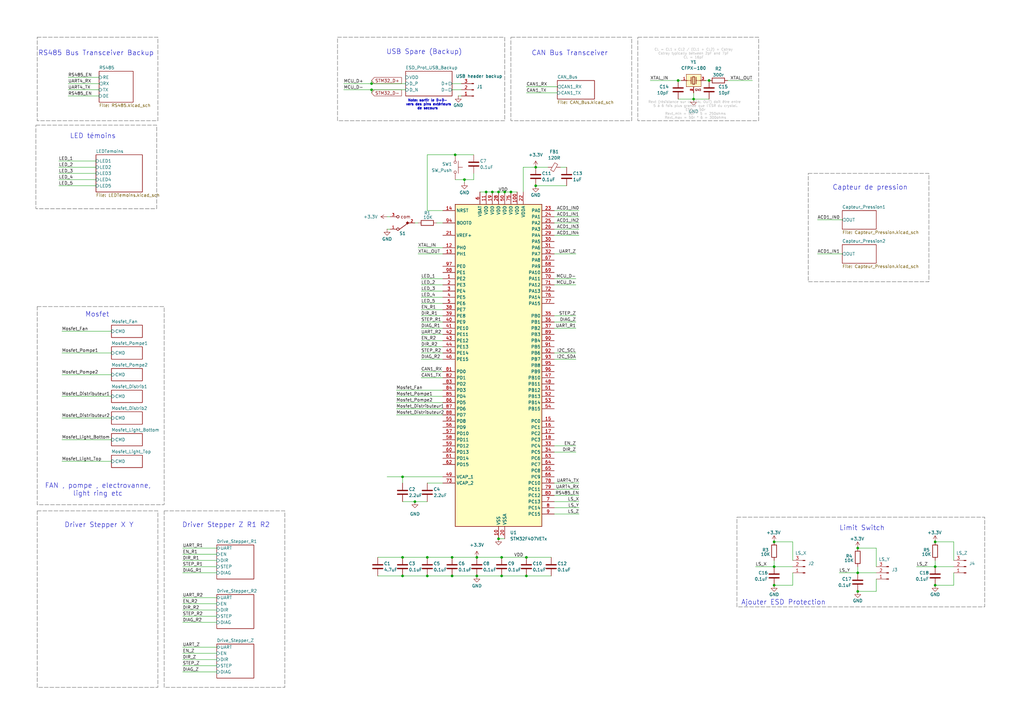
<source format=kicad_sch>
(kicad_sch (version 20231120) (generator "eeschema") (generator_version "8.0")
  (paper "A3")
  (lib_symbols
    (symbol "PnP_Mother_Board:+3.3V" (power) (pin_numbers hide) (pin_names (offset 0) hide)
      (property "Value" "+3.3V" (at 0 3.556 0))
      (symbol "+3.3V_0_1"
        (polyline (pts (xy -0.762 1.27) (xy 0 2.54)))
        (polyline (pts (xy 0 0) (xy 0 2.54)))
        (polyline (pts (xy 0 2.54) (xy 0.762 1.27)))
      )
      (symbol "+3.3V_1_1"
        (pin power_in line (at 0 0 90) (length 0) (name "~") (number "1"))
      )
    )
    (symbol "PnP_Mother_Board:C" (pin_numbers hide) (pin_names (offset 0.254))
      (property "Reference" "C" (at 0.635 2.54 0))
      (property "Value" "C" (at 0.635 -2.54 0))
      (symbol "C_0_1"
        (polyline (pts (xy -2.032 -0.762) (xy 2.032 -0.762)) (stroke (width 0.508)))
        (polyline (pts (xy -2.032 0.762) (xy 2.032 0.762)) (stroke (width 0.508)))
      )
      (symbol "C_1_1"
        (pin passive line (at 0 3.81 270) (length 2.794) (name "~") (number "1"))
        (pin passive line (at 0 -3.81 90) (length 2.794) (name "~") (number "2"))
      )
    )
    (symbol "PnP_Mother_Board:Conn_01x03_Pin" (pin_names (offset 1.016) hide)
      (property "Reference" "J" (at 0 5.08 0))
      (property "Value" "Conn_01x03_Pin" (at 0 -5.08 0))
      (symbol "Conn_01x03_Pin_1_1"
        (polyline (pts (xy 1.27 -2.54) (xy 0.8636 -2.54)) (stroke (width 0.1524)))
        (polyline (pts (xy 1.27 0) (xy 0.8636 0)) (stroke (width 0.1524)))
        (polyline (pts (xy 1.27 2.54) (xy 0.8636 2.54)) (stroke (width 0.1524)))
        (rectangle (start 0.8636 -2.413) (end 0 -2.667) (stroke (width 0.1524)) (fill (type outline)))
        (rectangle (start 0.8636 0.127) (end 0 -0.127) (stroke (width 0.1524)) (fill (type outline)))
        (rectangle (start 0.8636 2.667) (end 0 2.413) (stroke (width 0.1524)) (fill (type outline)))
        (pin passive line (at 5.08 2.54 180) (length 3.81) (name "Pin_1") (number "1"))
        (pin passive line (at 5.08 0 180) (length 3.81) (name "Pin_2") (number "2"))
        (pin passive line (at 5.08 -2.54 180) (length 3.81) (name "Pin_3") (number "3"))
      )
    )
    (symbol "PnP_Mother_Board:FerriteBead_Small" (pin_numbers hide) (pin_names (offset 0))
      (property "Reference" "FB" (at 1.905 1.27 0))
      (property "Value" "FerriteBead_Small" (at 1.905 -1.27 0))
      (symbol "FerriteBead_Small_0_1"
        (polyline (pts (xy 0 -1.27) (xy 0 -0.7874)))
        (polyline (pts (xy 0 0.889) (xy 0 1.2954)))
        (polyline (pts (xy -1.8288 0.2794) (xy -1.1176 1.4986) (xy 1.8288 -0.2032) (xy 1.1176 -1.4224) (xy -1.8288 0.2794)))
      )
      (symbol "FerriteBead_Small_1_1"
        (pin passive line (at 0 2.54 270) (length 1.27) (name "~") (number "1"))
        (pin passive line (at 0 -2.54 90) (length 1.27) (name "~") (number "2"))
      )
    )
    (symbol "PnP_Mother_Board:GND" (power) (pin_numbers hide) (pin_names (offset 0) hide)
      (property "Value" "GND" (at 0 -3.81 0))
      (symbol "GND_0_1"
        (polyline (pts (xy 0 0) (xy 0 -1.27) (xy 1.27 -1.27) (xy 0 -2.54) (xy -1.27 -1.27) (xy 0 -1.27)))
      )
      (symbol "GND_1_1"
        (pin power_in line (at 0 0 270) (length 0) (name "~") (number "1"))
      )
    )
    (symbol "PnP_Mother_Board:R" (pin_numbers hide) (pin_names (offset 0))
      (property "Reference" "R" (at 2.032 0 90))
      (property "Value" "R" (at 0 0 90))
      (symbol "R_0_1"
        (rectangle (start -1.016 -2.54) (end 1.016 2.54) (stroke (width 0.254)))
      )
      (symbol "R_1_1"
        (pin passive line (at 0 3.81 270) (length 1.27) (name "~") (number "1"))
        (pin passive line (at 0 -3.81 90) (length 1.27) (name "~") (number "2"))
      )
    )
    (symbol "PnP_Mother_Board:STM32F407VETx"
      (property "Reference" "U" (at -17.78 67.31 0))
      (property "Value" "STM32F407VETx" (at 12.7 67.31 0))
      (symbol "STM32F407VETx_0_1"
        (rectangle (start -17.78 -66.04) (end 17.78 66.04) (stroke (width 0.254)) (fill (type background)))
      )
      (symbol "STM32F407VETx_1_1"
        (pin bidirectional line (at -22.86 35.56 0) (length 5.08) (name "PE2") (number "1"))
        (pin power_in line (at 0 -71.12 90) (length 5.08) (name "VSS") (number "10"))
        (pin power_in line (at 7.62 71.12 270) (length 5.08) (name "VDD") (number "100"))
        (pin power_in line (at -5.08 71.12 270) (length 5.08) (name "VDD") (number "11"))
        (pin bidirectional line (at -22.86 48.26 0) (length 5.08) (name "PH0") (number "12"))
        (pin bidirectional line (at -22.86 45.72 0) (length 5.08) (name "PH1") (number "13"))
        (pin input line (at -22.86 63.5 0) (length 5.08) (name "NRST") (number "14"))
        (pin bidirectional line (at 22.86 -22.86 180) (length 5.08) (name "PC0") (number "15"))
        (pin bidirectional line (at 22.86 -25.4 180) (length 5.08) (name "PC1") (number "16"))
        (pin bidirectional line (at 22.86 -27.94 180) (length 5.08) (name "PC2") (number "17"))
        (pin bidirectional line (at 22.86 -30.48 180) (length 5.08) (name "PC3") (number "18"))
        (pin power_in line (at -2.54 71.12 270) (length 5.08) (name "VDD") (number "19"))
        (pin bidirectional line (at -22.86 33.02 0) (length 5.08) (name "PE3") (number "2"))
        (pin power_in line (at 2.54 -71.12 90) (length 5.08) (name "VSSA") (number "20"))
        (pin input line (at -22.86 53.34 0) (length 5.08) (name "VREF+") (number "21"))
        (pin power_in line (at 10.16 71.12 270) (length 5.08) (name "VDDA") (number "22"))
        (pin bidirectional line (at 22.86 63.5 180) (length 5.08) (name "PA0") (number "23"))
        (pin bidirectional line (at 22.86 60.96 180) (length 5.08) (name "PA1") (number "24"))
        (pin bidirectional line (at 22.86 58.42 180) (length 5.08) (name "PA2") (number "25"))
        (pin bidirectional line (at 22.86 55.88 180) (length 5.08) (name "PA3") (number "26"))
        (pin passive line (at 0 -71.12 90) (length 5.08) hide (name "VSS") (number "27"))
        (pin power_in line (at 0 71.12 270) (length 5.08) (name "VDD") (number "28"))
        (pin bidirectional line (at 22.86 53.34 180) (length 5.08) (name "PA4") (number "29"))
        (pin bidirectional line (at -22.86 30.48 0) (length 5.08) (name "PE4") (number "3"))
        (pin bidirectional line (at 22.86 50.8 180) (length 5.08) (name "PA5") (number "30"))
        (pin bidirectional line (at 22.86 48.26 180) (length 5.08) (name "PA6") (number "31"))
        (pin bidirectional line (at 22.86 45.72 180) (length 5.08) (name "PA7") (number "32"))
        (pin bidirectional line (at 22.86 -33.02 180) (length 5.08) (name "PC4") (number "33"))
        (pin bidirectional line (at 22.86 -35.56 180) (length 5.08) (name "PC5") (number "34"))
        (pin bidirectional line (at 22.86 20.32 180) (length 5.08) (name "PB0") (number "35"))
        (pin bidirectional line (at 22.86 17.78 180) (length 5.08) (name "PB1") (number "36"))
        (pin bidirectional line (at 22.86 15.24 180) (length 5.08) (name "PB2") (number "37"))
        (pin bidirectional line (at -22.86 22.86 0) (length 5.08) (name "PE7") (number "38"))
        (pin bidirectional line (at -22.86 20.32 0) (length 5.08) (name "PE8") (number "39"))
        (pin bidirectional line (at -22.86 27.94 0) (length 5.08) (name "PE5") (number "4"))
        (pin bidirectional line (at -22.86 17.78 0) (length 5.08) (name "PE9") (number "40"))
        (pin bidirectional line (at -22.86 15.24 0) (length 5.08) (name "PE10") (number "41"))
        (pin bidirectional line (at -22.86 12.7 0) (length 5.08) (name "PE11") (number "42"))
        (pin bidirectional line (at -22.86 10.16 0) (length 5.08) (name "PE12") (number "43"))
        (pin bidirectional line (at -22.86 7.62 0) (length 5.08) (name "PE13") (number "44"))
        (pin bidirectional line (at -22.86 5.08 0) (length 5.08) (name "PE14") (number "45"))
        (pin bidirectional line (at -22.86 2.54 0) (length 5.08) (name "PE15") (number "46"))
        (pin bidirectional line (at 22.86 -5.08 180) (length 5.08) (name "PB10") (number "47"))
        (pin bidirectional line (at 22.86 -7.62 180) (length 5.08) (name "PB11") (number "48"))
        (pin power_out line (at -22.86 -45.72 0) (length 5.08) (name "VCAP_1") (number "49"))
        (pin bidirectional line (at -22.86 25.4 0) (length 5.08) (name "PE6") (number "5"))
        (pin power_in line (at 2.54 71.12 270) (length 5.08) (name "VDD") (number "50"))
        (pin bidirectional line (at 22.86 -10.16 180) (length 5.08) (name "PB12") (number "51"))
        (pin bidirectional line (at 22.86 -12.7 180) (length 5.08) (name "PB13") (number "52"))
        (pin bidirectional line (at 22.86 -15.24 180) (length 5.08) (name "PB14") (number "53"))
        (pin bidirectional line (at 22.86 -17.78 180) (length 5.08) (name "PB15") (number "54"))
        (pin bidirectional line (at -22.86 -22.86 0) (length 5.08) (name "PD8") (number "55"))
        (pin bidirectional line (at -22.86 -25.4 0) (length 5.08) (name "PD9") (number "56"))
        (pin bidirectional line (at -22.86 -27.94 0) (length 5.08) (name "PD10") (number "57"))
        (pin bidirectional line (at -22.86 -30.48 0) (length 5.08) (name "PD11") (number "58"))
        (pin bidirectional line (at -22.86 -33.02 0) (length 5.08) (name "PD12") (number "59"))
        (pin power_in line (at -7.62 71.12 270) (length 5.08) (name "VBAT") (number "6"))
        (pin bidirectional line (at -22.86 -35.56 0) (length 5.08) (name "PD13") (number "60"))
        (pin bidirectional line (at -22.86 -38.1 0) (length 5.08) (name "PD14") (number "61"))
        (pin bidirectional line (at -22.86 -40.64 0) (length 5.08) (name "PD15") (number "62"))
        (pin bidirectional line (at 22.86 -38.1 180) (length 5.08) (name "PC6") (number "63"))
        (pin bidirectional line (at 22.86 -40.64 180) (length 5.08) (name "PC7") (number "64"))
        (pin bidirectional line (at 22.86 -43.18 180) (length 5.08) (name "PC8") (number "65"))
        (pin bidirectional line (at 22.86 -45.72 180) (length 5.08) (name "PC9") (number "66"))
        (pin bidirectional line (at 22.86 43.18 180) (length 5.08) (name "PA8") (number "67"))
        (pin bidirectional line (at 22.86 40.64 180) (length 5.08) (name "PA9") (number "68"))
        (pin bidirectional line (at 22.86 38.1 180) (length 5.08) (name "PA10") (number "69"))
        (pin bidirectional line (at 22.86 -55.88 180) (length 5.08) (name "PC13") (number "7"))
        (pin bidirectional line (at 22.86 35.56 180) (length 5.08) (name "PA11") (number "70"))
        (pin bidirectional line (at 22.86 33.02 180) (length 5.08) (name "PA12") (number "71"))
        (pin bidirectional line (at 22.86 30.48 180) (length 5.08) (name "PA13") (number "72"))
        (pin power_out line (at -22.86 -48.26 0) (length 5.08) (name "VCAP_2") (number "73"))
        (pin passive line (at 0 -71.12 90) (length 5.08) hide (name "VSS") (number "74"))
        (pin power_in line (at 5.08 71.12 270) (length 5.08) (name "VDD") (number "75"))
        (pin bidirectional line (at 22.86 27.94 180) (length 5.08) (name "PA14") (number "76"))
        (pin bidirectional line (at 22.86 25.4 180) (length 5.08) (name "PA15") (number "77"))
        (pin bidirectional line (at 22.86 -48.26 180) (length 5.08) (name "PC10") (number "78"))
        (pin bidirectional line (at 22.86 -50.8 180) (length 5.08) (name "PC11") (number "79"))
        (pin bidirectional line (at 22.86 -58.42 180) (length 5.08) (name "PC14") (number "8"))
        (pin bidirectional line (at 22.86 -53.34 180) (length 5.08) (name "PC12") (number "80"))
        (pin bidirectional line (at -22.86 -2.54 0) (length 5.08) (name "PD0") (number "81"))
        (pin bidirectional line (at -22.86 -5.08 0) (length 5.08) (name "PD1") (number "82"))
        (pin bidirectional line (at -22.86 -7.62 0) (length 5.08) (name "PD2") (number "83"))
        (pin bidirectional line (at -22.86 -10.16 0) (length 5.08) (name "PD3") (number "84"))
        (pin bidirectional line (at -22.86 -12.7 0) (length 5.08) (name "PD4") (number "85"))
        (pin bidirectional line (at -22.86 -15.24 0) (length 5.08) (name "PD5") (number "86"))
        (pin bidirectional line (at -22.86 -17.78 0) (length 5.08) (name "PD6") (number "87"))
        (pin bidirectional line (at -22.86 -20.32 0) (length 5.08) (name "PD7") (number "88"))
        (pin bidirectional line (at 22.86 12.7 180) (length 5.08) (name "PB3") (number "89"))
        (pin bidirectional line (at 22.86 -60.96 180) (length 5.08) (name "PC15") (number "9"))
        (pin bidirectional line (at 22.86 10.16 180) (length 5.08) (name "PB4") (number "90"))
        (pin bidirectional line (at 22.86 7.62 180) (length 5.08) (name "PB5") (number "91"))
        (pin bidirectional line (at 22.86 5.08 180) (length 5.08) (name "PB6") (number "92"))
        (pin bidirectional line (at 22.86 2.54 180) (length 5.08) (name "PB7") (number "93"))
        (pin input line (at -22.86 58.42 0) (length 5.08) (name "BOOT0") (number "94"))
        (pin bidirectional line (at 22.86 0 180) (length 5.08) (name "PB8") (number "95"))
        (pin bidirectional line (at 22.86 -2.54 180) (length 5.08) (name "PB9") (number "96"))
        (pin bidirectional line (at -22.86 40.64 0) (length 5.08) (name "PE0") (number "97"))
        (pin bidirectional line (at -22.86 38.1 0) (length 5.08) (name "PE1") (number "98"))
        (pin passive line (at 0 -71.12 90) (length 5.08) hide (name "VSS") (number "99"))
      )
    )
    (symbol "PnP_Mother_Board:SW_Push" (pin_numbers hide) (pin_names (offset 1.016) hide)
      (property "Reference" "SW" (at 1.27 2.54 0))
      (property "Value" "SW_Push" (at 0 -1.524 0))
      (symbol "SW_Push_0_1"
        (circle (center -2.032 0) (radius 0.508))
        (polyline (pts (xy 0 1.27) (xy 0 3.048)))
        (polyline (pts (xy 2.54 1.27) (xy -2.54 1.27)))
        (circle (center 2.032 0) (radius 0.508))
        (pin passive line (at -5.08 0 0) (length 2.54) (name "1") (number "1"))
        (pin passive line (at 5.08 0 180) (length 2.54) (name "2") (number "2"))
      )
    )
    (symbol "PnP_Mother_Board:SlideSwitch" (pin_names (offset 1.016))
      (property "Reference" "S" (at 2.14 4.11 0))
      (property "Value" "SlideSwitch" (at -2.41 -5.12 0))
      (symbol "SlideSwitch_0_0"
        (polyline (pts (xy -1.646 0.5) (xy 1.4 2.7)) (stroke (width 0.254)))
        (polyline (pts (xy -2.032 -0.508) (xy -2.54 0) (xy -2.032 0.508) (xy -1.524 0) (xy -2.032 -0.508)) (stroke (width 0.254)) (fill (type outline)))
        (circle (center 1.905 -2.54) (radius 0.508) (stroke (width 0.254)))
        (circle (center 1.905 2.54) (radius 0.508) (stroke (width 0.254)))
        (text "com" (at -3.3 -1.8 0) (effects (font (size 1.27 1.27)) (justify left bottom)))
        (pin passive line (at 5.08 2.54 180) (length 2.54) (name "~") (number "1"))
        (pin passive line (at -5.08 0 0) (length 2.54) (name "~") (number "2"))
        (pin passive line (at 5.08 -2.54 180) (length 2.54) (name "~") (number "3"))
      )
    )
    (symbol "PnP_Mother_Board:WE-XTAL_CFPX-180" (pin_names (offset 1.016))
      (property "Reference" "Y" (at 0 3.302 0))
      (property "Value" "WE-XTAL_CFPX-180" (at 3.81 -1.778 0))
      (symbol "WE-XTAL_CFPX-180_0_0"
        (rectangle (start -3.048 -2.54) (end 3.048 2.54) (stroke (width 0.1524)) (fill (type background)))
        (polyline (pts (xy -2.54 0) (xy -1.016 0)) (stroke (width 0.1524)))
        (polyline (pts (xy -1.016 0) (xy -1.016 -1.378)) (stroke (width 0.254)))
        (polyline (pts (xy -1.016 1.378) (xy -1.016 0)) (stroke (width 0.254)))
        (polyline (pts (xy -0.381 -1.524) (xy 0.381 -1.524)) (stroke (width 0.254)))
        (polyline (pts (xy -0.381 1.524) (xy -0.381 -1.524)) (stroke (width 0.254)))
        (polyline (pts (xy 0.381 -1.524) (xy 0.381 1.524)) (stroke (width 0.254)))
        (polyline (pts (xy 0.381 1.524) (xy -0.381 1.524)) (stroke (width 0.254)))
        (polyline (pts (xy 1.016 0) (xy 1.016 -1.378)) (stroke (width 0.254)))
        (polyline (pts (xy 1.016 0) (xy 2.54 0)) (stroke (width 0.1524)))
        (polyline (pts (xy 1.016 1.378) (xy 1.016 0)) (stroke (width 0.254)))
        (text "GND" (at 0.508 -4.318 0) (effects (font (size 0.8128 0.8128)) (justify left bottom)))
        (pin passive line (at -5.08 0 0) (length 2.54) (name "~") (number "1"))
        (pin passive line (at 0 -5.08 90) (length 2.54) (name "~") (number "2"))
        (pin passive line (at 5.08 0 180) (length 2.54) (name "~") (number "3"))
        (pin passive line (at 0 -5.08 90) (length 2.54) (name "~") (number "4"))
      )
    )
  )
  (junction (at 204.47 78.74))
  (junction (at 219.71 68.58))
  (junction (at 175.26 236.22))
  (junction (at 204.47 220.98))
  (junction (at 317.5 232.41))
  (junction (at 195.58 228.6))
  (junction (at 351.79 224.79))
  (junction (at 201.93 78.74))
  (junction (at 165.1 228.6))
  (junction (at 278.13 33.02))
  (junction (at 383.54 232.41))
  (junction (at 351.79 242.57))
  (junction (at 209.55 78.74))
  (junction (at 175.26 228.6))
  (junction (at 152.4 36.83))
  (junction (at 215.9 228.6))
  (junction (at 195.58 236.22))
  (junction (at 215.9 236.22))
  (junction (at 317.5 240.03))
  (junction (at 284.48 40.64))
  (junction (at 165.1 195.58))
  (junction (at 165.1 236.22))
  (junction (at 185.42 228.6))
  (junction (at 190.5 73.66))
  (junction (at 383.54 240.03))
  (junction (at 219.71 76.2))
  (junction (at 290.83 33.02))
  (junction (at 199.39 78.74))
  (junction (at 205.74 236.22))
  (junction (at 317.5 222.25))
  (junction (at 383.54 222.25))
  (junction (at 351.79 234.95))
  (junction (at 185.42 236.22))
  (junction (at 205.74 228.6))
  (junction (at 170.18 205.74))
  (junction (at 186.69 63.5))
  (junction (at 152.4 34.29))
  (junction (at 207.01 78.74))
  (wire (pts (xy 25.4 189.23) (xy 45.72 189.23)))
  (wire (pts (xy 391.16 229.87) (xy 391.16 222.25)))
  (wire (pts (xy 236.22 129.54) (xy 227.33 129.54)))
  (wire (pts (xy 190.5 73.66) (xy 194.31 73.66)))
  (wire (pts (xy 162.56 165.1) (xy 181.61 165.1)))
  (wire (pts (xy 171.45 104.14) (xy 181.61 104.14)))
  (wire (pts (xy 162.56 167.64) (xy 181.61 167.64)))
  (wire (pts (xy 325.12 234.95) (xy 325.12 240.03)))
  (wire (pts (xy 140.97 36.83) (xy 152.4 36.83)))
  (wire (pts (xy 227.33 86.36) (xy 237.49 86.36)))
  (wire (pts (xy 154.94 236.22) (xy 165.1 236.22)))
  (wire (pts (xy 186.69 63.5) (xy 175.26 63.5)))
  (wire (pts (xy 140.97 34.29) (xy 152.4 34.29)))
  (wire (pts (xy 201.93 78.74) (xy 204.47 78.74)))
  (wire (pts (xy 209.55 78.74) (xy 212.09 78.74)))
  (wire (pts (xy 152.4 36.83) (xy 152.4 38.1)))
  (wire (pts (xy 207.01 78.74) (xy 209.55 78.74)))
  (wire (pts (xy 204.47 78.74) (xy 207.01 78.74)))
  (wire (pts (xy 152.4 36.83) (xy 166.37 36.83)))
  (wire (pts (xy 25.4 171.45) (xy 45.72 171.45)))
  (wire (pts (xy 199.39 78.74) (xy 201.93 78.74)))
  (wire (pts (xy 25.4 153.67) (xy 45.72 153.67)))
  (wire (pts (xy 219.71 68.58) (xy 224.79 68.58)))
  (wire (pts (xy 74.93 234.95) (xy 88.9 234.95)))
  (wire (pts (xy 175.26 63.5) (xy 175.26 86.36)))
  (wire (pts (xy 172.72 127) (xy 181.61 127)))
  (wire (pts (xy 227.33 200.66) (xy 237.49 200.66)))
  (wire (pts (xy 172.72 154.94) (xy 181.61 154.94)))
  (wire (pts (xy 162.56 162.56) (xy 181.61 162.56)))
  (wire (pts (xy 344.17 234.95) (xy 351.79 234.95)))
  (wire (pts (xy 162.56 160.02) (xy 181.61 160.02)))
  (wire (pts (xy 284.48 40.64) (xy 290.83 40.64)))
  (wire (pts (xy 325.12 222.25) (xy 317.5 222.25)))
  (wire (pts (xy 391.16 234.95) (xy 391.16 240.03)))
  (wire (pts (xy 205.74 236.22) (xy 215.9 236.22)))
  (wire (pts (xy 359.41 242.57) (xy 351.79 242.57)))
  (wire (pts (xy 172.72 119.38) (xy 181.61 119.38)))
  (wire (pts (xy 375.92 232.41) (xy 383.54 232.41)))
  (wire (pts (xy 172.72 129.54) (xy 181.61 129.54)))
  (wire (pts (xy 317.5 229.87) (xy 317.5 232.41)))
  (wire (pts (xy 289.56 33.02) (xy 290.83 33.02)))
  (wire (pts (xy 27.94 36.83) (xy 40.64 36.83)))
  (wire (pts (xy 227.33 88.9) (xy 237.49 88.9)))
  (wire (pts (xy 309.88 232.41) (xy 317.5 232.41)))
  (wire (pts (xy 196.85 78.74) (xy 199.39 78.74)))
  (wire (pts (xy 170.18 205.74) (xy 175.26 205.74)))
  (wire (pts (xy 25.4 135.89) (xy 45.72 135.89)))
  (wire (pts (xy 278.13 40.64) (xy 284.48 40.64)))
  (wire (pts (xy 158.75 93.98) (xy 160.02 93.98)))
  (wire (pts (xy 74.93 273.05) (xy 88.9 273.05)))
  (wire (pts (xy 74.93 245.11) (xy 88.9 245.11)))
  (wire (pts (xy 278.13 33.02) (xy 279.4 33.02)))
  (wire (pts (xy 227.33 147.32) (xy 236.22 147.32)))
  (wire (pts (xy 74.93 232.41) (xy 88.9 232.41)))
  (wire (pts (xy 172.72 144.78) (xy 181.61 144.78)))
  (wire (pts (xy 27.94 34.29) (xy 40.64 34.29)))
  (wire (pts (xy 227.33 91.44) (xy 237.49 91.44)))
  (wire (pts (xy 359.41 224.79) (xy 351.79 224.79)))
  (wire (pts (xy 24.13 66.04) (xy 39.37 66.04)))
  (wire (pts (xy 74.93 250.19) (xy 88.9 250.19)))
  (wire (pts (xy 383.54 232.41) (xy 391.16 232.41)))
  (wire (pts (xy 219.71 76.2) (xy 232.41 76.2)))
  (wire (pts (xy 236.22 134.62) (xy 227.33 134.62)))
  (wire (pts (xy 74.93 227.33) (xy 88.9 227.33)))
  (wire (pts (xy 227.33 116.84) (xy 236.22 116.84)))
  (wire (pts (xy 172.72 116.84) (xy 181.61 116.84)))
  (wire (pts (xy 359.41 237.49) (xy 359.41 242.57)))
  (wire (pts (xy 170.18 91.44) (xy 171.45 91.44)))
  (wire (pts (xy 298.45 33.02) (xy 308.61 33.02)))
  (wire (pts (xy 165.1 198.12) (xy 165.1 195.58)))
  (wire (pts (xy 215.9 38.1) (xy 228.6 38.1)))
  (wire (pts (xy 215.9 35.56) (xy 228.6 35.56)))
  (wire (pts (xy 172.72 147.32) (xy 181.61 147.32)))
  (wire (pts (xy 284.48 38.1) (xy 284.48 40.64)))
  (wire (pts (xy 186.69 73.66) (xy 190.5 73.66)))
  (wire (pts (xy 171.45 101.6) (xy 181.61 101.6)))
  (wire (pts (xy 236.22 104.14) (xy 227.33 104.14)))
  (wire (pts (xy 391.16 240.03) (xy 383.54 240.03)))
  (wire (pts (xy 351.79 232.41) (xy 351.79 234.95)))
  (wire (pts (xy 383.54 229.87) (xy 383.54 232.41)))
  (wire (pts (xy 74.93 265.43) (xy 88.9 265.43)))
  (wire (pts (xy 229.87 68.58) (xy 232.41 68.58)))
  (wire (pts (xy 165.1 236.22) (xy 175.26 236.22)))
  (wire (pts (xy 172.72 137.16) (xy 181.61 137.16)))
  (wire (pts (xy 325.12 229.87) (xy 325.12 222.25)))
  (wire (pts (xy 172.72 121.92) (xy 181.61 121.92)))
  (wire (pts (xy 266.7 33.02) (xy 278.13 33.02)))
  (wire (pts (xy 74.93 224.79) (xy 88.9 224.79)))
  (wire (pts (xy 172.72 114.3) (xy 181.61 114.3)))
  (wire (pts (xy 154.94 228.6) (xy 165.1 228.6)))
  (wire (pts (xy 179.07 91.44) (xy 181.61 91.44)))
  (wire (pts (xy 24.13 68.58) (xy 39.37 68.58)))
  (wire (pts (xy 74.93 267.97) (xy 88.9 267.97)))
  (wire (pts (xy 165.1 228.6) (xy 175.26 228.6)))
  (wire (pts (xy 237.49 210.82) (xy 227.33 210.82)))
  (wire (pts (xy 187.96 39.37) (xy 189.23 39.37)))
  (wire (pts (xy 204.47 220.98) (xy 207.01 220.98)))
  (wire (pts (xy 236.22 182.88) (xy 227.33 182.88)))
  (wire (pts (xy 335.28 90.17) (xy 345.44 90.17)))
  (wire (pts (xy 172.72 152.4) (xy 181.61 152.4)))
  (wire (pts (xy 25.4 144.78) (xy 45.72 144.78)))
  (wire (pts (xy 24.13 76.2) (xy 39.37 76.2)))
  (wire (pts (xy 152.4 34.29) (xy 166.37 34.29)))
  (wire (pts (xy 162.56 170.18) (xy 181.61 170.18)))
  (wire (pts (xy 158.75 88.9) (xy 160.02 88.9)))
  (wire (pts (xy 74.93 255.27) (xy 88.9 255.27)))
  (wire (pts (xy 172.72 142.24) (xy 181.61 142.24)))
  (wire (pts (xy 24.13 73.66) (xy 39.37 73.66)))
  (wire (pts (xy 185.42 236.22) (xy 195.58 236.22)))
  (wire (pts (xy 74.93 229.87) (xy 88.9 229.87)))
  (wire (pts (xy 27.94 39.37) (xy 40.64 39.37)))
  (wire (pts (xy 195.58 228.6) (xy 205.74 228.6)))
  (wire (pts (xy 25.4 180.34) (xy 45.72 180.34)))
  (wire (pts (xy 237.49 205.74) (xy 227.33 205.74)))
  (wire (pts (xy 227.33 144.78) (xy 236.22 144.78)))
  (wire (pts (xy 165.1 195.58) (xy 181.61 195.58)))
  (wire (pts (xy 391.16 222.25) (xy 383.54 222.25)))
  (wire (pts (xy 152.4 33.02) (xy 152.4 34.29)))
  (wire (pts (xy 172.72 139.7) (xy 181.61 139.7)))
  (wire (pts (xy 227.33 198.12) (xy 237.49 198.12)))
  (wire (pts (xy 185.42 34.29) (xy 189.23 34.29)))
  (wire (pts (xy 236.22 185.42) (xy 227.33 185.42)))
  (wire (pts (xy 27.94 31.75) (xy 40.64 31.75)))
  (wire (pts (xy 74.93 252.73) (xy 88.9 252.73)))
  (wire (pts (xy 215.9 236.22) (xy 226.06 236.22)))
  (wire (pts (xy 186.69 63.5) (xy 194.31 63.5)))
  (wire (pts (xy 175.26 236.22) (xy 185.42 236.22)))
  (wire (pts (xy 74.93 270.51) (xy 88.9 270.51)))
  (wire (pts (xy 359.41 232.41) (xy 359.41 224.79)))
  (wire (pts (xy 175.26 198.12) (xy 181.61 198.12)))
  (wire (pts (xy 194.31 73.66) (xy 194.31 71.12)))
  (wire (pts (xy 214.63 78.74) (xy 214.63 68.58)))
  (wire (pts (xy 175.26 228.6) (xy 185.42 228.6)))
  (wire (pts (xy 227.33 203.2) (xy 237.49 203.2)))
  (wire (pts (xy 158.75 195.58) (xy 165.1 195.58)))
  (wire (pts (xy 24.13 71.12) (xy 39.37 71.12)))
  (wire (pts (xy 172.72 132.08) (xy 181.61 132.08)))
  (wire (pts (xy 25.4 162.56) (xy 45.72 162.56)))
  (wire (pts (xy 227.33 114.3) (xy 236.22 114.3)))
  (wire (pts (xy 185.42 228.6) (xy 195.58 228.6)))
  (wire (pts (xy 172.72 124.46) (xy 181.61 124.46)))
  (wire (pts (xy 165.1 205.74) (xy 170.18 205.74)))
  (wire (pts (xy 236.22 132.08) (xy 227.33 132.08)))
  (wire (pts (xy 215.9 228.6) (xy 226.06 228.6)))
  (wire (pts (xy 351.79 234.95) (xy 359.41 234.95)))
  (wire (pts (xy 325.12 240.03) (xy 317.5 240.03)))
  (wire (pts (xy 185.42 36.83) (xy 189.23 36.83)))
  (wire (pts (xy 237.49 208.28) (xy 227.33 208.28)))
  (wire (pts (xy 175.26 86.36) (xy 181.61 86.36)))
  (wire (pts (xy 317.5 232.41) (xy 325.12 232.41)))
  (wire (pts (xy 74.93 275.59) (xy 88.9 275.59)))
  (wire (pts (xy 74.93 247.65) (xy 88.9 247.65)))
  (wire (pts (xy 214.63 68.58) (xy 219.71 68.58)))
  (wire (pts (xy 227.33 96.52) (xy 237.49 96.52)))
  (wire (pts (xy 172.72 134.62) (xy 181.61 134.62)))
  (wire (pts (xy 227.33 93.98) (xy 237.49 93.98)))
  (wire (pts (xy 190.5 74.93) (xy 190.5 73.66)))
  (wire (pts (xy 195.58 236.22) (xy 205.74 236.22)))
  (wire (pts (xy 205.74 228.6) (xy 215.9 228.6)))
  (wire (pts (xy 335.28 104.14) (xy 345.44 104.14)))
  (rectangle (start 302.26 212.09) (end 403.86 248.92) (stroke (width 0) (type dash) (color 72 72 72 1)))
  (rectangle (start 15.24 125.73) (end 67.31 207.01) (stroke (width 0) (type dash) (color 72 72 72 1)))
  (rectangle (start 15.24 209.55) (end 64.77 281.94) (stroke (width 0) (type dash) (color 72 72 72 1)))
  (rectangle (start 67.31 209.55) (end 116.84 281.94) (stroke (width 0) (type dash) (color 72 72 72 1)))
  (rectangle (start 209.55 15.24) (end 259.08 49.53) (stroke (width 0) (type dash) (color 72 72 72 1)))
  (rectangle (start 14.732 51.308) (end 64.262 85.598) (stroke (width 0) (type dash) (color 72 72 72 1)))
  (rectangle (start 138.43 15.24) (end 207.01 49.53) (stroke (width 0) (type dash) (color 72 72 72 1)))
  (rectangle (start 331.47 71.12) (end 381 115.57) (stroke (width 0) (type dash) (color 72 72 72 1)))
  (rectangle (start 261.62 15.24) (end 311.15 49.53) (stroke (width 0) (type dash) (color 72 72 72 1)))
  (rectangle (start 15.24 15.24) (end 64.77 49.53) (stroke (width 0) (type dash) (color 72 72 72 1)))
  (text "Mosfet" (at 39.878 129.032 0) (effects (font (size 2 2))))
  (text "LED témoins" (at 38.1 55.88 0) (effects (font (size 2 2))))
  (text "USB Spare (Backup)" (at 173.99 21.336 0) (effects (font (size 2 2))))
  (text "CAN Bus Transceiver" (at 233.68 21.844 0) (effects (font (size 2 2))))
  (text "Ajouter ESD Protection\n" (at 321.31 247.142 0) (effects (font (size 2 2))))
  (text "Limit Switch" (at 353.568 216.662 0) (effects (font (size 2 2))))
  (text "RS485 Bus Transceiver Backup" (at 39.37 21.844 0) (effects (font (size 2 2))))
  (text "FAN , pompe , electrovanne,\nlight ring etc\n" (at 40.132 200.914 0) (effects (font (size 2 2))))
  (text "Rext (résistance sur le XTAL OUT) doit être entre \n5 à 6 fois plus grande que l'ESR du crystal.\nESR = 50r\nRext_min = 50r * 5 = 250ohms\nRext_max = 50r * 6 = 300ohms\n" (at 285.242 45.212 0) (effects (font (size 1 1))))
  (text "Note: sortir le D+D- \nvers des pins extérieurs\nde secours " (at 175.768 42.926 0) (effects (font (size 1 1) (thickness 0.25))))
  (text "Driver Stepper Z R1 R2" (at 92.71 215.392 0) (effects (font (size 2 2))))
  (text " CL = CL1 x CL2 / (CL1 + CL2) + Cstray \nCstray typically between 2pF and 7pF\nCL = 16pF\n" (at 284.48 22.098 0) (effects (font (size 1 1))))
  (text "Driver Stepper X Y" (at 40.64 215.392 0) (effects (font (size 2 2))))
  (text "Capteur de pression" (at 356.87 76.962 0) (effects (font (size 2 2))))
  (label "XTAL_OUT" (at 171.45 104.14 0))
  (label "VDD" (at 210.82 228.6 0))
  (label "LED_3" (at 172.72 119.38 0))
  (label "ACD1_IN1" (at 335.28 104.14 0))
  (label "DIAG_Z" (at 74.93 275.59 0))
  (label "Mosfet_Distributeur2" (at 25.4 171.45 0))
  (label "STEP_R1" (at 172.72 132.08 0))
  (label "DIAG_Z" (at 236.22 132.08 180))
  (label "UART4_RX" (at 27.94 34.29 0))
  (label "UART_R1" (at 74.93 224.79 0))
  (label "LS_Z" (at 375.92 232.41 0))
  (label "LED_1" (at 24.13 66.04 0))
  (label "LS_Y" (at 237.49 208.28 180))
  (label "Mosfet_Distributeur1" (at 25.4 162.56 0))
  (label "I2C_SCL" (at 236.22 144.78 180))
  (label "XTAL_IN" (at 171.45 101.6 0))
  (label "LED_2" (at 172.72 116.84 0))
  (label "Mosfet_Pompe1" (at 25.4 144.78 0))
  (label "EN_R1" (at 172.72 127 0))
  (label "LED_1" (at 172.72 114.3 0))
  (label "UART_Z" (at 74.93 265.43 0))
  (label "CAN1_RX" (at 215.9 35.56 0))
  (label "DIAG_R1" (at 172.72 134.62 0))
  (label "UART_R1" (at 236.22 134.62 180))
  (label "ACD1_IN1" (at 237.49 88.9 180))
  (label "ACD1_IN3" (at 237.49 93.98 180))
  (label "Mosfet_Pompe2" (at 162.56 165.1 0))
  (label "UART_R2" (at 172.72 137.16 0))
  (label "Mosfet_Light_Top" (at 25.4 189.23 0))
  (label "EN_Z" (at 74.93 267.97 0))
  (label "ACD1_IN4" (at 237.49 96.52 180))
  (label "XTAL_IN" (at 266.7 33.02 0))
  (label "EN_R1" (at 74.93 227.33 0))
  (label "Mosfet_Fan" (at 162.56 160.02 0))
  (label "STEP_R1" (at 74.93 232.41 0))
  (label "UART_R2" (at 74.93 245.11 0))
  (label "Mosfet_Pompe1" (at 162.56 162.56 0))
  (label "DIR_R1" (at 172.72 129.54 0))
  (label "LS_Z" (at 237.49 210.82 180))
  (label "MCU_D+" (at 140.97 34.29 0))
  (label "CAN1_TX" (at 215.9 38.1 0))
  (label "CAN1_RX" (at 172.72 152.4 0))
  (label "STEP_R2" (at 74.93 252.73 0))
  (label "DIR_Z" (at 236.22 185.42 180))
  (label "DIAG_R2" (at 74.93 255.27 0))
  (label "DIR_Z" (at 74.93 270.51 0))
  (label "STEP_Z" (at 236.22 129.54 180))
  (label "VDD" (at 204.47 78.74 0))
  (label "MCU_D+" (at 236.22 116.84 180))
  (label "DIR_R1" (at 74.93 229.87 0))
  (label "Mosfet_Fan" (at 25.4 135.89 0))
  (label "LED_5" (at 24.13 76.2 0))
  (label "LED_3" (at 24.13 71.12 0))
  (label "LS_X" (at 237.49 205.74 180))
  (label "ACD1_IN2" (at 237.49 91.44 180))
  (label "I2C_SDA" (at 236.22 147.32 180))
  (label "LED_4" (at 24.13 73.66 0))
  (label "LED_4" (at 172.72 121.92 0))
  (label "UART4_TX" (at 237.49 198.12 180))
  (label "RS485_EN" (at 27.94 39.37 0))
  (label "EN_R2" (at 172.72 139.7 0))
  (label "EN_Z" (at 236.22 182.88 180))
  (label "LED_2" (at 24.13 68.58 0))
  (label "RS485_EN" (at 27.94 31.75 0))
  (label "ACD1_IN0" (at 237.49 86.36 180))
  (label "MCU_D-" (at 236.22 114.3 180))
  (label "ACD1_IN0" (at 335.28 90.17 0))
  (label "Mosfet_Pompe2" (at 25.4 153.67 0))
  (label "LS_X" (at 309.88 232.41 0))
  (label "UART4_RX" (at 237.49 200.66 180))
  (label "DIR_R2" (at 172.72 142.24 0))
  (label "DIAG_R1" (at 74.93 234.95 0))
  (label "UART_Z" (at 236.22 104.14 180))
  (label "Mosfet_Light_Bottom" (at 25.4 180.34 0))
  (label "Mosfet_Distributeur2" (at 162.56 170.18 0))
  (label "RS485_EN" (at 237.49 203.2 180))
  (label "LS_Y" (at 344.17 234.95 0))
  (label "DIR_R2" (at 74.93 250.19 0))
  (label "CAN1_TX" (at 172.72 154.94 0))
  (label "EN_R2" (at 74.93 247.65 0))
  (label "STEP_Z" (at 74.93 273.05 0))
  (label "XTAL_OUT" (at 308.61 33.02 180))
  (label "MCU_D-" (at 140.97 36.83 0))
  (label "STEP_R2" (at 172.72 144.78 0))
  (label "Mosfet_Distributeur1" (at 162.56 167.64 0))
  (label "UART4_TX" (at 27.94 36.83 0))
  (label "LED_5" (at 172.72 124.46 0))
  (label "DIAG_R2" (at 172.72 147.32 0))
  (global_label "STM32_D+" (shape input) (at 152.4 33.02 0) (property "Intersheetrefs" "${INTERSHEET_REFS}" (effects (hide yes))))
  (global_label "STM32_D-" (shape input) (at 152.4 38.1 0) (property "Intersheetrefs" "${INTERSHEET_REFS}" (effects (hide yes))))
  (symbol (lib_id "PnP_Mother_Board:C") (at 175.26 232.41 0) (unit 1)
    (property "Reference" "C5" (at 177.8 231.14 0) (effects (justify left)))
    (property "Value" "0.1uF" (at 177.8 233.68 0) (effects (justify left)))
    (property "Footprint" "Capacitor_SMD:C_0805_2012Metric_Pad1.18x1.45mm_HandSolder" (effects (hide yes)))
    (property "Description" "Unpolarized capacitor" (effects (hide yes)))
  )
  (symbol (lib_id "PnP_Mother_Board:R") (at 351.79 228.6 180) (unit 1)
    (property "Reference" "R4" (at 348.234 228.092 0))
    (property "Value" "10K" (at 348.234 229.87 0))
    (property "Footprint" "Resistor_SMD:R_0805_2012Metric_Pad1.20x1.40mm_HandSolder" (effects (hide yes)))
    (property "Description" "Resistor" (effects (hide yes)))
  )
  (symbol (lib_id "PnP_Mother_Board:C") (at 219.71 72.39 0) (unit 1)
    (property "Reference" "C11" (at 222.25 71.12 0) (effects (justify left)))
    (property "Value" "0.1uF" (at 222.25 73.66 0) (effects (justify left)))
    (property "Footprint" "Capacitor_SMD:C_0805_2012Metric_Pad1.18x1.45mm_HandSolder" (effects (hide yes)))
    (property "Description" "Unpolarized capacitor" (effects (hide yes)))
  )
  (symbol (lib_id "PnP_Mother_Board:GND") (at 204.47 220.98 0) (unit 1)
    (property "Reference" "#PWR08" (effects (hide yes)))
    (property "Value" "GND" (effects (hide yes)))
    (property "Description" "Power symbol creates a global label with name \"GND\" , ground" (effects (hide yes)))
  )
  (symbol (lib_id "PnP_Mother_Board:GND") (at 170.18 205.74 0) (unit 1)
    (property "Reference" "#PWR03" (effects (hide yes)))
    (property "Value" "GND" (at 170.18 210.82 0))
    (property "Description" "Power symbol creates a global label with name \"GND\" , ground" (effects (hide yes)))
  )
  (symbol (lib_id "PnP_Mother_Board:C") (at 194.31 67.31 0) (unit 1)
    (property "Reference" "C7" (at 196.85 66.04 0) (effects (justify left)))
    (property "Value" "0.1uF" (at 196.85 68.58 0) (effects (justify left)))
    (property "Footprint" "Capacitor_SMD:C_0805_2012Metric_Pad1.18x1.45mm_HandSolder" (effects (hide yes)))
    (property "Description" "Unpolarized capacitor" (effects (hide yes)))
  )
  (symbol (lib_id "PnP_Mother_Board:C") (at 383.54 236.22 0) (mirror y) (unit 1)
    (property "Reference" "C18" (at 381 234.95 0) (effects (justify left)))
    (property "Value" "0.1uF" (at 381 237.49 0) (effects (justify left)))
    (property "Footprint" "Capacitor_SMD:C_0805_2012Metric_Pad1.18x1.45mm_HandSolder" (effects (hide yes)))
    (property "Description" "Unpolarized capacitor" (effects (hide yes)))
  )
  (symbol (lib_id "PnP_Mother_Board:C") (at 290.83 36.83 0) (unit 1)
    (property "Reference" "C15" (at 294.64 35.5599 0) (effects (justify left)))
    (property "Value" "10pF" (at 294.64 38.0999 0) (effects (justify left)))
    (property "Footprint" "Capacitor_SMD:C_0805_2012Metric_Pad1.18x1.45mm_HandSolder" (effects (hide yes)))
    (property "Description" "Unpolarized capacitor" (effects (hide yes)))
  )
  (symbol (lib_id "PnP_Mother_Board:+3.3V") (at 158.75 88.9 90) (unit 1)
    (property "Reference" "#PWR01" (effects (hide yes)))
    (property "Value" "+3.3V" (at 154.94 88.8999 90) (effects (justify left)))
    (property "Description" "Power symbol creates a global label with name \"+3.3V\"" (effects (hide yes)))
  )
  (symbol (lib_id "PnP_Mother_Board:GND") (at 219.71 76.2 0) (unit 1)
    (property "Reference" "#PWR010" (effects (hide yes)))
    (property "Value" "GND" (at 219.71 80.01 0))
    (property "Description" "Power symbol creates a global label with name \"GND\" , ground" (effects (hide yes)))
  )
  (symbol (lib_id "PnP_Mother_Board:WE-XTAL_CFPX-180") (at 284.48 33.02 0) (unit 1)
    (property "Reference" "Y1" (at 284.4815 25.4 0))
    (property "Value" "CFPX-180" (at 284.4815 27.94 0))
    (property "Footprint" "WE-XTAL_CFPX-180:WE-XTAL_CFPX-180" (effects (hide yes)))
    (property "MF" "Würth Elektronik" (effects (hide yes)))
    (property "Description_1" "\n                        \n                            24 MHz ±50ppm Crystal 16pF 50 Ohms 4-SMD, No Lead\n                        \n" (effects (hide yes)))
    (property "Package" "None" (effects (hide yes)))
    (property "Price" "None" (effects (hide yes)))
    (property "SnapEDA_Link" "https://www.snapeda.com/parts/830035266/W%25C3%25BCrth+Elektronik+Midcom/view-part/?ref=snap" (effects (hide yes)))
    (property "MP" "830035266" (effects (hide yes)))
    (property "Availability" "In Stock" (effects (hide yes)))
    (property "Check_prices" "https://www.snapeda.com/parts/830035266/W%25C3%25BCrth+Elektronik+Midcom/view-part/?ref=eda" (effects (hide yes)))
  )
  (symbol (lib_id "PnP_Mother_Board:C") (at 154.94 232.41 0) (unit 1)
    (property "Reference" "C1" (at 157.48 231.14 0) (effects (justify left)))
    (property "Value" "4.7uF" (at 157.48 233.68 0) (effects (justify left)))
    (property "Footprint" "Capacitor_SMD:C_0805_2012Metric_Pad1.18x1.45mm_HandSolder" (effects (hide yes)))
    (property "Description" "Unpolarized capacitor" (effects (hide yes)))
  )
  (symbol (lib_id "PnP_Mother_Board:+3.3V") (at 351.79 224.79 0) (unit 1)
    (property "Reference" "#PWR014" (effects (hide yes)))
    (property "Value" "+3.3V" (at 351.536 220.98 0))
    (property "Description" "Power symbol creates a global label with name \"+3.3V\"" (effects (hide yes)))
  )
  (symbol (lib_id "PnP_Mother_Board:C") (at 165.1 232.41 0) (unit 1)
    (property "Reference" "C3" (at 167.64 231.14 0) (effects (justify left)))
    (property "Value" "0.1uF" (at 167.64 233.68 0) (effects (justify left)))
    (property "Footprint" "Capacitor_SMD:C_0805_2012Metric_Pad1.18x1.45mm_HandSolder" (effects (hide yes)))
    (property "Description" "Unpolarized capacitor" (effects (hide yes)))
  )
  (symbol (lib_id "PnP_Mother_Board:R") (at 175.26 91.44 90) (unit 1)
    (property "Reference" "R1" (at 175.26 87.376 90))
    (property "Value" "10K" (at 175.514 89.154 90))
    (property "Footprint" "Resistor_SMD:R_0805_2012Metric_Pad1.20x1.40mm_HandSolder" (effects (hide yes)))
    (property "Description" "Resistor" (effects (hide yes)))
  )
  (symbol (lib_id "PnP_Mother_Board:C") (at 278.13 36.83 0) (mirror x) (unit 1)
    (property "Reference" "C14" (at 274.32 35.5599 0) (effects (justify right)))
    (property "Value" "10pF" (at 274.32 38.0999 0) (effects (justify right)))
    (property "Footprint" "Capacitor_SMD:C_0805_2012Metric_Pad1.18x1.45mm_HandSolder" (effects (hide yes)))
    (property "Description" "Unpolarized capacitor" (effects (hide yes)))
  )
  (symbol (lib_id "PnP_Mother_Board:+3.3V") (at 219.71 68.58 0) (unit 1)
    (property "Reference" "#PWR09" (effects (hide yes)))
    (property "Value" "+3.3V" (at 219.71 63.5 0))
    (property "Description" "Power symbol creates a global label with name \"+3.3V\"" (effects (hide yes)))
  )
  (symbol (lib_id "PnP_Mother_Board:SlideSwitch") (at 165.1 91.44 180) (unit 1)
    (property "Reference" "S1" (at 165.1 95.758 0))
    (property "Value" "SlideSwitch" (effects (hide yes)))
    (property "Footprint" "450404015514:450404015514" (effects (hide yes)))
    (property "MF" "Würth Elektronik" (effects (hide yes)))
    (property "Description_1" "\n                        \n                            Slide Switch SPDT Surface Mount\n                        \n" (effects (hide yes)))
    (property "Package" "None" (effects (hide yes)))
    (property "Price" "None" (effects (hide yes)))
    (property "SnapEDA_Link" "https://www.snapeda.com/parts/450404015514/W%25C3%25BCrth+Elektronik+Midcom/view-part/?ref=snap" (effects (hide yes)))
    (property "MP" "450404015514" (effects (hide yes)))
    (property "Availability" "In Stock" (effects (hide yes)))
    (property "Check_prices" "https://www.snapeda.com/parts/450404015514/W%25C3%25BCrth+Elektronik+Midcom/view-part/?ref=eda" (effects (hide yes)))
  )
  (symbol (lib_id "PnP_Mother_Board:Conn_01x03_Pin") (at 396.24 232.41 180) (unit 1)
    (property "Reference" "J4" (at 397.51 231.1399 0) (effects (justify right)))
    (property "Value" "LS_Z" (at 392.176 226.822 0) (effects (justify right)))
    (property "Description" "Generic connector, single row, 01x03, script generated" (effects (hide yes)))
  )
  (symbol (lib_id "PnP_Mother_Board:GND") (at 195.58 236.22 0) (unit 1)
    (property "Reference" "#PWR07" (effects (hide yes)))
    (property "Value" "GND" (at 195.58 240.284 0))
    (property "Description" "Power symbol creates a global label with name \"GND\" , ground" (effects (hide yes)))
  )
  (symbol (lib_id "PnP_Mother_Board:C") (at 205.74 232.41 0) (unit 1)
    (property "Reference" "C9" (at 208.28 231.14 0) (effects (justify left)))
    (property "Value" "0.1uF" (at 208.28 233.68 0) (effects (justify left)))
    (property "Footprint" "Capacitor_SMD:C_0805_2012Metric_Pad1.18x1.45mm_HandSolder" (effects (hide yes)))
    (property "Description" "Unpolarized capacitor" (effects (hide yes)))
  )
  (symbol (lib_id "PnP_Mother_Board:+3.3V") (at 195.58 228.6 0) (unit 1)
    (property "Reference" "#PWR06" (effects (hide yes)))
    (property "Value" "+3.3V" (at 195.58 223.52 0))
    (property "Description" "Power symbol creates a global label with name \"+3.3V\"" (effects (hide yes)))
  )
  (symbol (lib_id "PnP_Mother_Board:C") (at 175.26 201.93 0) (unit 1)
    (property "Reference" "C4" (at 177.8 200.66 0) (effects (justify left)))
    (property "Value" "2.2uF" (at 177.8 203.2 0) (effects (justify left)))
    (property "Footprint" "Capacitor_SMD:C_0805_2012Metric_Pad1.18x1.45mm_HandSolder" (effects (hide yes)))
    (property "Description" "Unpolarized capacitor" (effects (hide yes)))
  )
  (symbol (lib_id "PnP_Mother_Board:FerriteBead_Small") (at 227.33 68.58 90) (unit 1)
    (property "Reference" "FB1" (at 227.2919 62.23 90))
    (property "Value" "120R" (at 227.2919 64.77 90))
    (property "Footprint" "Inductor_SMD:L_0805_2012Metric_Pad1.05x1.20mm_HandSolder" (effects (hide yes)))
    (property "Description" "Ferrite bead, small symbol" (effects (hide yes)))
  )
  (symbol (lib_id "PnP_Mother_Board:C") (at 195.58 232.41 0) (unit 1)
    (property "Reference" "C8" (at 198.12 231.14 0) (effects (justify left)))
    (property "Value" "0.1uF" (at 198.12 233.68 0) (effects (justify left)))
    (property "Footprint" "Capacitor_SMD:C_0805_2012Metric_Pad1.18x1.45mm_HandSolder" (effects (hide yes)))
    (property "Description" "Unpolarized capacitor" (effects (hide yes)))
  )
  (symbol (lib_id "PnP_Mother_Board:C") (at 351.79 238.76 0) (mirror y) (unit 1)
    (property "Reference" "C17" (at 349.25 237.49 0) (effects (justify left)))
    (property "Value" "0.1uF" (at 349.25 240.03 0) (effects (justify left)))
    (property "Footprint" "Capacitor_SMD:C_0805_2012Metric_Pad1.18x1.45mm_HandSolder" (effects (hide yes)))
    (property "Description" "Unpolarized capacitor" (effects (hide yes)))
  )
  (symbol (lib_id "PnP_Mother_Board:+3.3V") (at 317.5 222.25 0) (unit 1)
    (property "Reference" "#PWR012" (effects (hide yes)))
    (property "Value" "+3.3V" (at 317.246 218.44 0))
    (property "Description" "Power symbol creates a global label with name \"+3.3V\"" (effects (hide yes)))
  )
  (symbol (lib_id "PnP_Mother_Board:Conn_01x03_Pin") (at 330.2 232.41 180) (unit 1)
    (property "Reference" "J2" (at 331.47 231.1399 0) (effects (justify right)))
    (property "Value" "LS_X" (at 326.136 226.822 0) (effects (justify right)))
    (property "Description" "Generic connector, single row, 01x03, script generated" (effects (hide yes)))
  )
  (symbol (lib_id "PnP_Mother_Board:SW_Push") (at 186.69 68.58 270) (unit 1)
    (property "Reference" "SW1" (at 185.42 67.3099 90) (effects (justify right)))
    (property "Value" "SW_Push" (at 185.42 69.8499 90) (effects (justify right)))
    (property "Description" "Push button switch, generic, two pins" (effects (hide yes)))
  )
  (symbol (lib_id "PnP_Mother_Board:GND") (at 284.48 40.64 0) (unit 1)
    (property "Reference" "#PWR011" (effects (hide yes)))
    (property "Value" "GND" (at 284.48 45.72 0))
    (property "Description" "Power symbol creates a global label with name \"GND\" , ground" (effects (hide yes)))
  )
  (symbol (lib_id "PnP_Mother_Board:C") (at 232.41 72.39 0) (unit 1)
    (property "Reference" "C13" (at 234.95 71.12 0) (effects (justify left)))
    (property "Value" "1uF" (at 234.95 73.66 0) (effects (justify left)))
    (property "Footprint" "Capacitor_SMD:C_0805_2012Metric_Pad1.18x1.45mm_HandSolder" (effects (hide yes)))
    (property "Description" "Unpolarized capacitor" (effects (hide yes)))
  )
  (symbol (lib_id "PnP_Mother_Board:R") (at 383.54 226.06 180) (unit 1)
    (property "Reference" "R5" (at 379.984 225.552 0))
    (property "Value" "10K" (at 379.984 227.33 0))
    (property "Footprint" "Resistor_SMD:R_0805_2012Metric_Pad1.20x1.40mm_HandSolder" (effects (hide yes)))
    (property "Description" "Resistor" (effects (hide yes)))
  )
  (symbol (lib_id "PnP_Mother_Board:R") (at 294.64 33.02 90) (unit 1)
    (property "Reference" "R2" (at 294.64 28.194 90))
    (property "Value" "300r" (at 294.64 30.734 90))
    (property "Footprint" "Resistor_SMD:R_0805_2012Metric_Pad1.20x1.40mm_HandSolder" (effects (hide yes)))
    (property "Description" "Resistor" (effects (hide yes)))
  )
  (symbol (lib_id "PnP_Mother_Board:GND") (at 383.54 240.03 0) (unit 1)
    (property "Reference" "#PWR017" (effects (hide yes)))
    (property "Value" "GND" (at 383.54 243.84 0))
    (property "Description" "Power symbol creates a global label with name \"GND\" , ground" (effects (hide yes)))
  )
  (symbol (lib_id "PnP_Mother_Board:C") (at 317.5 236.22 0) (mirror y) (unit 1)
    (property "Reference" "C16" (at 314.96 234.95 0) (effects (justify left)))
    (property "Value" "0.1uF" (at 314.96 237.49 0) (effects (justify left)))
    (property "Footprint" "Capacitor_SMD:C_0805_2012Metric_Pad1.18x1.45mm_HandSolder" (effects (hide yes)))
    (property "Description" "Unpolarized capacitor" (effects (hide yes)))
  )
  (symbol (lib_id "PnP_Mother_Board:Conn_01x03_Pin") (at 364.49 234.95 180) (unit 1)
    (property "Reference" "J3" (at 365.76 233.6799 0) (effects (justify right)))
    (property "Value" "LS_Y" (at 360.426 229.362 0) (effects (justify right)))
    (property "Description" "Generic connector, single row, 01x03, script generated" (effects (hide yes)))
  )
  (symbol (lib_id "PnP_Mother_Board:C") (at 185.42 232.41 0) (unit 1)
    (property "Reference" "C6" (at 187.96 231.14 0) (effects (justify left)))
    (property "Value" "0.1uF" (at 187.96 233.68 0) (effects (justify left)))
    (property "Footprint" "Capacitor_SMD:C_0805_2012Metric_Pad1.18x1.45mm_HandSolder" (effects (hide yes)))
    (property "Description" "Unpolarized capacitor" (effects (hide yes)))
  )
  (symbol (lib_id "PnP_Mother_Board:GND") (at 187.96 39.37 0) (unit 1)
    (property "Reference" "#PWR04" (effects (hide yes)))
    (property "Value" "GND" (at 187.96 43.18 0))
    (property "Description" "Power symbol creates a global label with name \"GND\" , ground" (effects (hide yes)))
  )
  (symbol (lib_id "PnP_Mother_Board:GND") (at 158.75 93.98 0) (unit 1)
    (property "Reference" "#PWR02" (effects (hide yes)))
    (property "Value" "GND" (at 158.75 98.044 0))
    (property "Description" "Power symbol creates a global label with name \"GND\" , ground" (effects (hide yes)))
  )
  (symbol (lib_id "PnP_Mother_Board:C") (at 165.1 201.93 0) (unit 1)
    (property "Reference" "C2" (at 167.64 200.66 0) (effects (justify left)))
    (property "Value" "2.2uF" (at 167.64 203.2 0) (effects (justify left)))
    (property "Footprint" "Capacitor_SMD:C_0805_2012Metric_Pad1.18x1.45mm_HandSolder" (effects (hide yes)))
    (property "Description" "Unpolarized capacitor" (effects (hide yes)))
  )
  (symbol (lib_id "PnP_Mother_Board:GND") (at 317.5 240.03 0) (unit 1)
    (property "Reference" "#PWR013" (effects (hide yes)))
    (property "Value" "GND" (at 317.5 243.84 0))
    (property "Description" "Power symbol creates a global label with name \"GND\" , ground" (effects (hide yes)))
  )
  (symbol (lib_id "PnP_Mother_Board:GND") (at 190.5 74.93 0) (unit 1)
    (property "Reference" "#PWR05" (effects (hide yes)))
    (property "Value" "GND" (at 190.5 78.994 0))
    (property "Description" "Power symbol creates a global label with name \"GND\" , ground" (effects (hide yes)))
  )
  (symbol (lib_id "PnP_Mother_Board:+3.3V") (at 383.54 222.25 0) (unit 1)
    (property "Reference" "#PWR016" (effects (hide yes)))
    (property "Value" "+3.3V" (at 383.286 218.44 0))
    (property "Description" "Power symbol creates a global label with name \"+3.3V\"" (effects (hide yes)))
  )
  (symbol (lib_id "PnP_Mother_Board:STM32F407VETx") (at 204.47 149.86 0) (unit 1)
    (property "Reference" "U1" (at 209.2041 218.44 0) (effects (justify left)))
    (property "Value" "STM32F407VETx" (at 209.2041 220.98 0) (effects (justify left)))
    (property "Footprint" "Package_QFP:LQFP-100_14x14mm_P0.5mm" (effects (hide yes)))
    (property "Datasheet" "https://www.st.com/resource/en/datasheet/stm32f407ve.pdf" (effects (hide yes)))
    (property "Description" "STMicroelectronics Arm Cortex-M4 MCU, 512KB flash, 192KB RAM, 168 MHz, 1.8-3.6V, 82 GPIO, LQFP100" (effects (hide yes)))
  )
  (symbol (lib_id "PnP_Mother_Board:GND") (at 351.79 242.57 0) (unit 1)
    (property "Reference" "#PWR015" (effects (hide yes)))
    (property "Value" "GND" (at 351.79 246.38 0))
    (property "Description" "Power symbol creates a global label with name \"GND\" , ground" (effects (hide yes)))
  )
  (symbol (lib_id "PnP_Mother_Board:R") (at 317.5 226.06 180) (unit 1)
    (property "Reference" "R3" (at 313.944 225.552 0))
    (property "Value" "10K" (at 313.944 227.33 0))
    (property "Footprint" "Resistor_SMD:R_0805_2012Metric_Pad1.20x1.40mm_HandSolder" (effects (hide yes)))
    (property "Description" "Resistor" (effects (hide yes)))
  )
  (symbol (lib_id "PnP_Mother_Board:Conn_01x03_Pin") (at 194.31 36.83 180) (unit 1)
    (property "Reference" "J1" (at 195.58 35.5599 0) (effects (justify right)))
    (property "Value" "USB header backup" (at 186.944 31.242 0) (effects (justify right)))
    (property "Description" "Generic connector, single row, 01x03, script generated" (effects (hide yes)))
  )
  (symbol (lib_id "PnP_Mother_Board:C") (at 226.06 232.41 0) (unit 1)
    (property "Reference" "C12" (at 228.6 231.14 0) (effects (justify left)))
    (property "Value" "0.1uF" (at 228.6 233.68 0) (effects (justify left)))
    (property "Footprint" "Capacitor_SMD:C_0805_2012Metric_Pad1.18x1.45mm_HandSolder" (effects (hide yes)))
    (property "Description" "Unpolarized capacitor" (effects (hide yes)))
  )
  (symbol (lib_id "PnP_Mother_Board:C") (at 215.9 232.41 0) (unit 1)
    (property "Reference" "C10" (at 218.44 231.14 0) (effects (justify left)))
    (property "Value" "0.1uF" (at 218.44 233.68 0) (effects (justify left)))
    (property "Footprint" "Capacitor_SMD:C_0805_2012Metric_Pad1.18x1.45mm_HandSolder" (effects (hide yes)))
    (property "Description" "Unpolarized capacitor" (effects (hide yes)))
  )
  (sheet (at 166.37 29.21) (size 19.05 10.16) (stroke (width 0.1524))
    (property "Sheetname" "ESD_Prot_USB_Backup" (at 166.37 28.4984 0) (effects (justify left bottom)))
    (property "Sheetfile" "ESD_Protection.kicad_sch" (effects (hide yes)))
    (pin "D_N" input (at 166.37 36.83 180))
    (pin "VDD" input (at 166.37 31.75 180))
    (pin "D_P" input (at 166.37 34.29 180))
    (pin "D-" output (at 185.42 36.83 0))
    (pin "D+" output (at 185.42 34.29 0))
  )
  (sheet (at 88.9 243.84) (size 15.24 13.97) (stroke (width 0.1524))
    (property "Sheetname" "Drive_Stepper_R2" (at 88.9 243.1284 0) (effects (justify left bottom)))
    (property "Sheetfile" "Drive_Stepper.kicad_sch" (effects (hide yes)))
    (pin "DIR" input (at 88.9 250.19 180))
    (pin "STEP" input (at 88.9 252.73 180))
    (pin "UART" bidirectional (at 88.9 245.11 180))
    (pin "EN" input (at 88.9 247.65 180))
    (pin "DIAG" input (at 88.9 255.27 180))
  )
  (sheet (at 345.44 100.33) (size 13.97 7.62) (stroke (width 0.1524))
    (property "Sheetname" "Capteur_Pression2" (at 345.44 99.6184 0) (effects (justify left bottom)))
    (property "Sheetfile" "Capteur_Pression.kicad_sch" (at 345.44 108.5346 0) (effects (justify left top)))
    (pin "OUT" output (at 345.44 104.14 180))
  )
  (sheet (at 45.72 186.69) (size 12.7 5.08) (stroke (width 0.1524))
    (property "Sheetname" "Mosfet_Light_Top" (at 45.72 185.9784 0) (effects (justify left bottom)))
    (property "Sheetfile" "Mosfet_Light.kicad_sch" (effects (hide yes)))
    (pin "CMD" input (at 45.72 189.23 180))
  )
  (sheet (at 88.9 264.16) (size 15.24 13.97) (stroke (width 0.1524))
    (property "Sheetname" "Drive_Stepper_Z" (at 88.9 263.4484 0) (effects (justify left bottom)))
    (property "Sheetfile" "Drive_Stepper.kicad_sch" (effects (hide yes)))
    (pin "DIR" input (at 88.9 270.51 180))
    (pin "STEP" input (at 88.9 273.05 180))
    (pin "UART" bidirectional (at 88.9 265.43 180))
    (pin "EN" input (at 88.9 267.97 180))
    (pin "DIAG" input (at 88.9 275.59 180))
  )
  (sheet (at 45.72 168.91) (size 12.7 5.08) (stroke (width 0.1524))
    (property "Sheetname" "Mosfet_Distrib2" (at 45.72 168.1984 0) (effects (justify left bottom)))
    (property "Sheetfile" "Mosfet.kicad_sch" (effects (hide yes)))
    (pin "CMD" input (at 45.72 171.45 180))
  )
  (sheet (at 345.44 86.36) (size 13.97 7.62) (stroke (width 0.1524))
    (property "Sheetname" "Capteur_Pression1" (at 345.44 85.6484 0) (effects (justify left bottom)))
    (property "Sheetfile" "Capteur_Pression.kicad_sch" (at 345.44 94.5646 0) (effects (justify left top)))
    (pin "OUT" output (at 345.44 90.17 180))
  )
  (sheet (at 88.9 223.52) (size 15.24 13.97) (stroke (width 0.1524))
    (property "Sheetname" "Drive_Stepper_R1" (at 88.9 222.8084 0) (effects (justify left bottom)))
    (property "Sheetfile" "Drive_Stepper.kicad_sch" (effects (hide yes)))
    (pin "DIR" input (at 88.9 229.87 180))
    (pin "STEP" input (at 88.9 232.41 180))
    (pin "UART" bidirectional (at 88.9 224.79 180))
    (pin "EN" input (at 88.9 227.33 180))
    (pin "DIAG" input (at 88.9 234.95 180))
  )
  (sheet (at 39.37 63.5) (size 19.05 15.24) (stroke (width 0.1524))
    (property "Sheetname" "LEDTemoins" (at 39.37 62.7884 0) (effects (justify left bottom)))
    (property "Sheetfile" "LEDTemoins.kicad_sch" (at 39.37 79.3246 0) (effects (justify left top)))
    (pin "LED5" input (at 39.37 76.2 180))
    (pin "LED1" input (at 39.37 66.04 180))
    (pin "LED2" input (at 39.37 68.58 180))
    (pin "LED3" input (at 39.37 71.12 180))
    (pin "LED4" input (at 39.37 73.66 180))
  )
  (sheet (at 45.72 151.13) (size 12.7 5.08) (stroke (width 0.1524))
    (property "Sheetname" "Mosfet_Pompe2" (at 45.72 150.4184 0) (effects (justify left bottom)))
    (property "Sheetfile" "Mosfet.kicad_sch" (effects (hide yes)))
    (pin "CMD" input (at 45.72 153.67 180))
  )
  (sheet (at 45.72 177.8) (size 12.7 5.08) (stroke (width 0.1524))
    (property "Sheetname" "Mosfet_Light_Bottom" (at 45.72 177.0884 0) (effects (justify left bottom)))
    (property "Sheetfile" "Mosfet_Light.kicad_sch" (effects (hide yes)))
    (pin "CMD" input (at 45.72 180.34 180))
  )
  (sheet (at 40.64 29.21) (size 13.97 12.7) (stroke (width 0.1524))
    (property "Sheetname" "RS485" (at 40.64 28.4984 0) (effects (justify left bottom)))
    (property "Sheetfile" "RS485.kicad_sch" (at 40.64 42.4946 0) (effects (justify left top)))
    (pin "TX" input (at 40.64 36.83 180))
    (pin "DE" input (at 40.64 39.37 180))
    (pin "RE" input (at 40.64 31.75 180))
    (pin "RX" output (at 40.64 34.29 180))
  )
  (sheet (at 45.72 142.24) (size 12.7 5.08) (stroke (width 0.1524))
    (property "Sheetname" "Mosfet_Pompe1" (at 45.72 141.5284 0) (effects (justify left bottom)))
    (property "Sheetfile" "Mosfet.kicad_sch" (effects (hide yes)))
    (pin "CMD" input (at 45.72 144.78 180))
  )
  (sheet (at 45.72 133.35) (size 12.7 5.08) (stroke (width 0.1524))
    (property "Sheetname" "Mosfet_Fan" (at 45.72 132.6384 0) (effects (justify left bottom)))
    (property "Sheetfile" "Mosfet.kicad_sch" (effects (hide yes)))
    (pin "CMD" input (at 45.72 135.89 180))
  )
  (sheet (at 228.6 33.02) (size 15.24 7.62) (stroke (width 0.1524))
    (property "Sheetname" "CAN_Bus" (at 228.6 32.3084 0) (effects (justify left bottom)))
    (property "Sheetfile" "CAN_Bus.kicad_sch" (at 228.6 41.2246 0) (effects (justify left top)))
    (pin "CAN1_RX" output (at 228.6 35.56 180))
    (pin "CAN1_TX" input (at 228.6 38.1 180))
  )
  (sheet (at 45.72 160.02) (size 12.7 5.08) (stroke (width 0.1524))
    (property "Sheetname" "Mosfet_Distrib1" (at 45.72 159.3084 0) (effects (justify left bottom)))
    (property "Sheetfile" "Mosfet.kicad_sch" (effects (hide yes)))
    (pin "CMD" input (at 45.72 162.56 180))
  )
)
</source>
